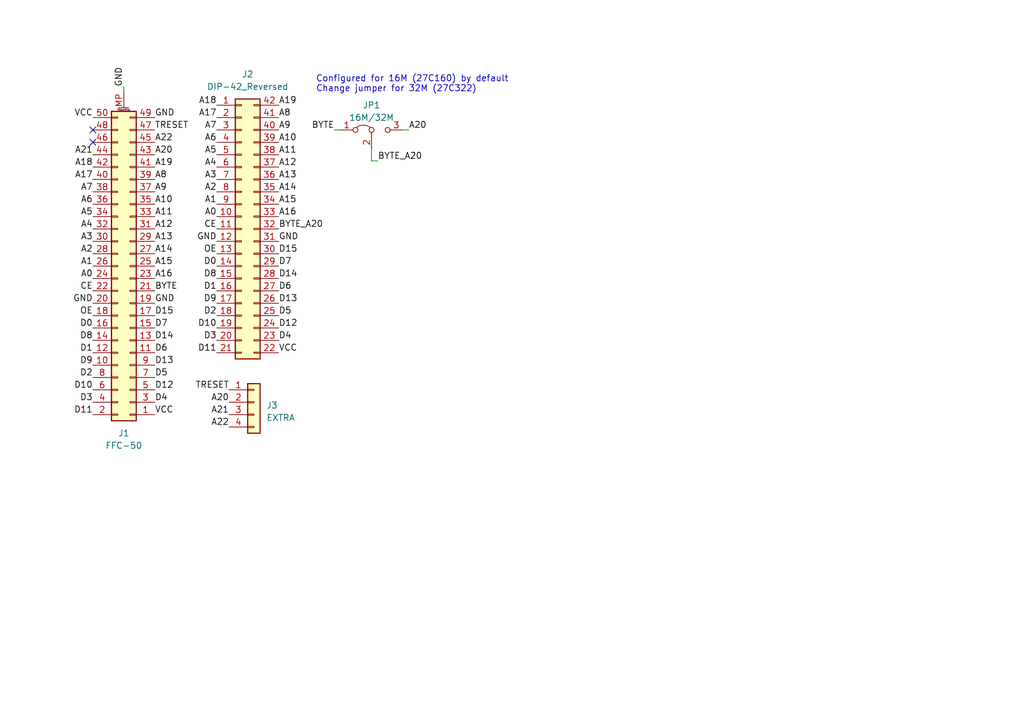
<source format=kicad_sch>
(kicad_sch (version 20230121) (generator eeschema)

  (uuid 218a50b5-5328-4910-8bfa-477207937a67)

  (paper "A5")

  (title_block
    (title "TokuROM Target-DIP42F")
    (rev "1.0")
    (company "github.com/kasamikona/TokuROM")
  )

  (lib_symbols
    (symbol "Connector_Generic:Conn_01x04" (pin_names (offset 1.016) hide) (in_bom yes) (on_board yes)
      (property "Reference" "J" (at 0 5.08 0)
        (effects (font (size 1.27 1.27)))
      )
      (property "Value" "Conn_01x04" (at 0 -7.62 0)
        (effects (font (size 1.27 1.27)))
      )
      (property "Footprint" "" (at 0 0 0)
        (effects (font (size 1.27 1.27)) hide)
      )
      (property "Datasheet" "~" (at 0 0 0)
        (effects (font (size 1.27 1.27)) hide)
      )
      (property "ki_keywords" "connector" (at 0 0 0)
        (effects (font (size 1.27 1.27)) hide)
      )
      (property "ki_description" "Generic connector, single row, 01x04, script generated (kicad-library-utils/schlib/autogen/connector/)" (at 0 0 0)
        (effects (font (size 1.27 1.27)) hide)
      )
      (property "ki_fp_filters" "Connector*:*_1x??_*" (at 0 0 0)
        (effects (font (size 1.27 1.27)) hide)
      )
      (symbol "Conn_01x04_1_1"
        (rectangle (start -1.27 -4.953) (end 0 -5.207)
          (stroke (width 0.1524) (type default))
          (fill (type none))
        )
        (rectangle (start -1.27 -2.413) (end 0 -2.667)
          (stroke (width 0.1524) (type default))
          (fill (type none))
        )
        (rectangle (start -1.27 0.127) (end 0 -0.127)
          (stroke (width 0.1524) (type default))
          (fill (type none))
        )
        (rectangle (start -1.27 2.667) (end 0 2.413)
          (stroke (width 0.1524) (type default))
          (fill (type none))
        )
        (rectangle (start -1.27 3.81) (end 1.27 -6.35)
          (stroke (width 0.254) (type default))
          (fill (type background))
        )
        (pin passive line (at -5.08 2.54 0) (length 3.81)
          (name "Pin_1" (effects (font (size 1.27 1.27))))
          (number "1" (effects (font (size 1.27 1.27))))
        )
        (pin passive line (at -5.08 0 0) (length 3.81)
          (name "Pin_2" (effects (font (size 1.27 1.27))))
          (number "2" (effects (font (size 1.27 1.27))))
        )
        (pin passive line (at -5.08 -2.54 0) (length 3.81)
          (name "Pin_3" (effects (font (size 1.27 1.27))))
          (number "3" (effects (font (size 1.27 1.27))))
        )
        (pin passive line (at -5.08 -5.08 0) (length 3.81)
          (name "Pin_4" (effects (font (size 1.27 1.27))))
          (number "4" (effects (font (size 1.27 1.27))))
        )
      )
    )
    (symbol "Connector_Generic:Conn_02x21_Counter_Clockwise" (pin_names (offset 1.016) hide) (in_bom yes) (on_board yes)
      (property "Reference" "J" (at 1.27 27.94 0)
        (effects (font (size 1.27 1.27)))
      )
      (property "Value" "Conn_02x21_Counter_Clockwise" (at 1.27 -27.94 0)
        (effects (font (size 1.27 1.27)))
      )
      (property "Footprint" "" (at 0 0 0)
        (effects (font (size 1.27 1.27)) hide)
      )
      (property "Datasheet" "~" (at 0 0 0)
        (effects (font (size 1.27 1.27)) hide)
      )
      (property "ki_keywords" "connector" (at 0 0 0)
        (effects (font (size 1.27 1.27)) hide)
      )
      (property "ki_description" "Generic connector, double row, 02x21, counter clockwise pin numbering scheme (similar to DIP package numbering), script generated (kicad-library-utils/schlib/autogen/connector/)" (at 0 0 0)
        (effects (font (size 1.27 1.27)) hide)
      )
      (property "ki_fp_filters" "Connector*:*_2x??_*" (at 0 0 0)
        (effects (font (size 1.27 1.27)) hide)
      )
      (symbol "Conn_02x21_Counter_Clockwise_1_1"
        (rectangle (start -1.27 -25.273) (end 0 -25.527)
          (stroke (width 0.1524) (type default))
          (fill (type none))
        )
        (rectangle (start -1.27 -22.733) (end 0 -22.987)
          (stroke (width 0.1524) (type default))
          (fill (type none))
        )
        (rectangle (start -1.27 -20.193) (end 0 -20.447)
          (stroke (width 0.1524) (type default))
          (fill (type none))
        )
        (rectangle (start -1.27 -17.653) (end 0 -17.907)
          (stroke (width 0.1524) (type default))
          (fill (type none))
        )
        (rectangle (start -1.27 -15.113) (end 0 -15.367)
          (stroke (width 0.1524) (type default))
          (fill (type none))
        )
        (rectangle (start -1.27 -12.573) (end 0 -12.827)
          (stroke (width 0.1524) (type default))
          (fill (type none))
        )
        (rectangle (start -1.27 -10.033) (end 0 -10.287)
          (stroke (width 0.1524) (type default))
          (fill (type none))
        )
        (rectangle (start -1.27 -7.493) (end 0 -7.747)
          (stroke (width 0.1524) (type default))
          (fill (type none))
        )
        (rectangle (start -1.27 -4.953) (end 0 -5.207)
          (stroke (width 0.1524) (type default))
          (fill (type none))
        )
        (rectangle (start -1.27 -2.413) (end 0 -2.667)
          (stroke (width 0.1524) (type default))
          (fill (type none))
        )
        (rectangle (start -1.27 0.127) (end 0 -0.127)
          (stroke (width 0.1524) (type default))
          (fill (type none))
        )
        (rectangle (start -1.27 2.667) (end 0 2.413)
          (stroke (width 0.1524) (type default))
          (fill (type none))
        )
        (rectangle (start -1.27 5.207) (end 0 4.953)
          (stroke (width 0.1524) (type default))
          (fill (type none))
        )
        (rectangle (start -1.27 7.747) (end 0 7.493)
          (stroke (width 0.1524) (type default))
          (fill (type none))
        )
        (rectangle (start -1.27 10.287) (end 0 10.033)
          (stroke (width 0.1524) (type default))
          (fill (type none))
        )
        (rectangle (start -1.27 12.827) (end 0 12.573)
          (stroke (width 0.1524) (type default))
          (fill (type none))
        )
        (rectangle (start -1.27 15.367) (end 0 15.113)
          (stroke (width 0.1524) (type default))
          (fill (type none))
        )
        (rectangle (start -1.27 17.907) (end 0 17.653)
          (stroke (width 0.1524) (type default))
          (fill (type none))
        )
        (rectangle (start -1.27 20.447) (end 0 20.193)
          (stroke (width 0.1524) (type default))
          (fill (type none))
        )
        (rectangle (start -1.27 22.987) (end 0 22.733)
          (stroke (width 0.1524) (type default))
          (fill (type none))
        )
        (rectangle (start -1.27 25.527) (end 0 25.273)
          (stroke (width 0.1524) (type default))
          (fill (type none))
        )
        (rectangle (start -1.27 26.67) (end 3.81 -26.67)
          (stroke (width 0.254) (type default))
          (fill (type background))
        )
        (rectangle (start 3.81 -25.273) (end 2.54 -25.527)
          (stroke (width 0.1524) (type default))
          (fill (type none))
        )
        (rectangle (start 3.81 -22.733) (end 2.54 -22.987)
          (stroke (width 0.1524) (type default))
          (fill (type none))
        )
        (rectangle (start 3.81 -20.193) (end 2.54 -20.447)
          (stroke (width 0.1524) (type default))
          (fill (type none))
        )
        (rectangle (start 3.81 -17.653) (end 2.54 -17.907)
          (stroke (width 0.1524) (type default))
          (fill (type none))
        )
        (rectangle (start 3.81 -15.113) (end 2.54 -15.367)
          (stroke (width 0.1524) (type default))
          (fill (type none))
        )
        (rectangle (start 3.81 -12.573) (end 2.54 -12.827)
          (stroke (width 0.1524) (type default))
          (fill (type none))
        )
        (rectangle (start 3.81 -10.033) (end 2.54 -10.287)
          (stroke (width 0.1524) (type default))
          (fill (type none))
        )
        (rectangle (start 3.81 -7.493) (end 2.54 -7.747)
          (stroke (width 0.1524) (type default))
          (fill (type none))
        )
        (rectangle (start 3.81 -4.953) (end 2.54 -5.207)
          (stroke (width 0.1524) (type default))
          (fill (type none))
        )
        (rectangle (start 3.81 -2.413) (end 2.54 -2.667)
          (stroke (width 0.1524) (type default))
          (fill (type none))
        )
        (rectangle (start 3.81 0.127) (end 2.54 -0.127)
          (stroke (width 0.1524) (type default))
          (fill (type none))
        )
        (rectangle (start 3.81 2.667) (end 2.54 2.413)
          (stroke (width 0.1524) (type default))
          (fill (type none))
        )
        (rectangle (start 3.81 5.207) (end 2.54 4.953)
          (stroke (width 0.1524) (type default))
          (fill (type none))
        )
        (rectangle (start 3.81 7.747) (end 2.54 7.493)
          (stroke (width 0.1524) (type default))
          (fill (type none))
        )
        (rectangle (start 3.81 10.287) (end 2.54 10.033)
          (stroke (width 0.1524) (type default))
          (fill (type none))
        )
        (rectangle (start 3.81 12.827) (end 2.54 12.573)
          (stroke (width 0.1524) (type default))
          (fill (type none))
        )
        (rectangle (start 3.81 15.367) (end 2.54 15.113)
          (stroke (width 0.1524) (type default))
          (fill (type none))
        )
        (rectangle (start 3.81 17.907) (end 2.54 17.653)
          (stroke (width 0.1524) (type default))
          (fill (type none))
        )
        (rectangle (start 3.81 20.447) (end 2.54 20.193)
          (stroke (width 0.1524) (type default))
          (fill (type none))
        )
        (rectangle (start 3.81 22.987) (end 2.54 22.733)
          (stroke (width 0.1524) (type default))
          (fill (type none))
        )
        (rectangle (start 3.81 25.527) (end 2.54 25.273)
          (stroke (width 0.1524) (type default))
          (fill (type none))
        )
        (pin passive line (at -5.08 25.4 0) (length 3.81)
          (name "Pin_1" (effects (font (size 1.27 1.27))))
          (number "1" (effects (font (size 1.27 1.27))))
        )
        (pin passive line (at -5.08 2.54 0) (length 3.81)
          (name "Pin_10" (effects (font (size 1.27 1.27))))
          (number "10" (effects (font (size 1.27 1.27))))
        )
        (pin passive line (at -5.08 0 0) (length 3.81)
          (name "Pin_11" (effects (font (size 1.27 1.27))))
          (number "11" (effects (font (size 1.27 1.27))))
        )
        (pin passive line (at -5.08 -2.54 0) (length 3.81)
          (name "Pin_12" (effects (font (size 1.27 1.27))))
          (number "12" (effects (font (size 1.27 1.27))))
        )
        (pin passive line (at -5.08 -5.08 0) (length 3.81)
          (name "Pin_13" (effects (font (size 1.27 1.27))))
          (number "13" (effects (font (size 1.27 1.27))))
        )
        (pin passive line (at -5.08 -7.62 0) (length 3.81)
          (name "Pin_14" (effects (font (size 1.27 1.27))))
          (number "14" (effects (font (size 1.27 1.27))))
        )
        (pin passive line (at -5.08 -10.16 0) (length 3.81)
          (name "Pin_15" (effects (font (size 1.27 1.27))))
          (number "15" (effects (font (size 1.27 1.27))))
        )
        (pin passive line (at -5.08 -12.7 0) (length 3.81)
          (name "Pin_16" (effects (font (size 1.27 1.27))))
          (number "16" (effects (font (size 1.27 1.27))))
        )
        (pin passive line (at -5.08 -15.24 0) (length 3.81)
          (name "Pin_17" (effects (font (size 1.27 1.27))))
          (number "17" (effects (font (size 1.27 1.27))))
        )
        (pin passive line (at -5.08 -17.78 0) (length 3.81)
          (name "Pin_18" (effects (font (size 1.27 1.27))))
          (number "18" (effects (font (size 1.27 1.27))))
        )
        (pin passive line (at -5.08 -20.32 0) (length 3.81)
          (name "Pin_19" (effects (font (size 1.27 1.27))))
          (number "19" (effects (font (size 1.27 1.27))))
        )
        (pin passive line (at -5.08 22.86 0) (length 3.81)
          (name "Pin_2" (effects (font (size 1.27 1.27))))
          (number "2" (effects (font (size 1.27 1.27))))
        )
        (pin passive line (at -5.08 -22.86 0) (length 3.81)
          (name "Pin_20" (effects (font (size 1.27 1.27))))
          (number "20" (effects (font (size 1.27 1.27))))
        )
        (pin passive line (at -5.08 -25.4 0) (length 3.81)
          (name "Pin_21" (effects (font (size 1.27 1.27))))
          (number "21" (effects (font (size 1.27 1.27))))
        )
        (pin passive line (at 7.62 -25.4 180) (length 3.81)
          (name "Pin_22" (effects (font (size 1.27 1.27))))
          (number "22" (effects (font (size 1.27 1.27))))
        )
        (pin passive line (at 7.62 -22.86 180) (length 3.81)
          (name "Pin_23" (effects (font (size 1.27 1.27))))
          (number "23" (effects (font (size 1.27 1.27))))
        )
        (pin passive line (at 7.62 -20.32 180) (length 3.81)
          (name "Pin_24" (effects (font (size 1.27 1.27))))
          (number "24" (effects (font (size 1.27 1.27))))
        )
        (pin passive line (at 7.62 -17.78 180) (length 3.81)
          (name "Pin_25" (effects (font (size 1.27 1.27))))
          (number "25" (effects (font (size 1.27 1.27))))
        )
        (pin passive line (at 7.62 -15.24 180) (length 3.81)
          (name "Pin_26" (effects (font (size 1.27 1.27))))
          (number "26" (effects (font (size 1.27 1.27))))
        )
        (pin passive line (at 7.62 -12.7 180) (length 3.81)
          (name "Pin_27" (effects (font (size 1.27 1.27))))
          (number "27" (effects (font (size 1.27 1.27))))
        )
        (pin passive line (at 7.62 -10.16 180) (length 3.81)
          (name "Pin_28" (effects (font (size 1.27 1.27))))
          (number "28" (effects (font (size 1.27 1.27))))
        )
        (pin passive line (at 7.62 -7.62 180) (length 3.81)
          (name "Pin_29" (effects (font (size 1.27 1.27))))
          (number "29" (effects (font (size 1.27 1.27))))
        )
        (pin passive line (at -5.08 20.32 0) (length 3.81)
          (name "Pin_3" (effects (font (size 1.27 1.27))))
          (number "3" (effects (font (size 1.27 1.27))))
        )
        (pin passive line (at 7.62 -5.08 180) (length 3.81)
          (name "Pin_30" (effects (font (size 1.27 1.27))))
          (number "30" (effects (font (size 1.27 1.27))))
        )
        (pin passive line (at 7.62 -2.54 180) (length 3.81)
          (name "Pin_31" (effects (font (size 1.27 1.27))))
          (number "31" (effects (font (size 1.27 1.27))))
        )
        (pin passive line (at 7.62 0 180) (length 3.81)
          (name "Pin_32" (effects (font (size 1.27 1.27))))
          (number "32" (effects (font (size 1.27 1.27))))
        )
        (pin passive line (at 7.62 2.54 180) (length 3.81)
          (name "Pin_33" (effects (font (size 1.27 1.27))))
          (number "33" (effects (font (size 1.27 1.27))))
        )
        (pin passive line (at 7.62 5.08 180) (length 3.81)
          (name "Pin_34" (effects (font (size 1.27 1.27))))
          (number "34" (effects (font (size 1.27 1.27))))
        )
        (pin passive line (at 7.62 7.62 180) (length 3.81)
          (name "Pin_35" (effects (font (size 1.27 1.27))))
          (number "35" (effects (font (size 1.27 1.27))))
        )
        (pin passive line (at 7.62 10.16 180) (length 3.81)
          (name "Pin_36" (effects (font (size 1.27 1.27))))
          (number "36" (effects (font (size 1.27 1.27))))
        )
        (pin passive line (at 7.62 12.7 180) (length 3.81)
          (name "Pin_37" (effects (font (size 1.27 1.27))))
          (number "37" (effects (font (size 1.27 1.27))))
        )
        (pin passive line (at 7.62 15.24 180) (length 3.81)
          (name "Pin_38" (effects (font (size 1.27 1.27))))
          (number "38" (effects (font (size 1.27 1.27))))
        )
        (pin passive line (at 7.62 17.78 180) (length 3.81)
          (name "Pin_39" (effects (font (size 1.27 1.27))))
          (number "39" (effects (font (size 1.27 1.27))))
        )
        (pin passive line (at -5.08 17.78 0) (length 3.81)
          (name "Pin_4" (effects (font (size 1.27 1.27))))
          (number "4" (effects (font (size 1.27 1.27))))
        )
        (pin passive line (at 7.62 20.32 180) (length 3.81)
          (name "Pin_40" (effects (font (size 1.27 1.27))))
          (number "40" (effects (font (size 1.27 1.27))))
        )
        (pin passive line (at 7.62 22.86 180) (length 3.81)
          (name "Pin_41" (effects (font (size 1.27 1.27))))
          (number "41" (effects (font (size 1.27 1.27))))
        )
        (pin passive line (at 7.62 25.4 180) (length 3.81)
          (name "Pin_42" (effects (font (size 1.27 1.27))))
          (number "42" (effects (font (size 1.27 1.27))))
        )
        (pin passive line (at -5.08 15.24 0) (length 3.81)
          (name "Pin_5" (effects (font (size 1.27 1.27))))
          (number "5" (effects (font (size 1.27 1.27))))
        )
        (pin passive line (at -5.08 12.7 0) (length 3.81)
          (name "Pin_6" (effects (font (size 1.27 1.27))))
          (number "6" (effects (font (size 1.27 1.27))))
        )
        (pin passive line (at -5.08 10.16 0) (length 3.81)
          (name "Pin_7" (effects (font (size 1.27 1.27))))
          (number "7" (effects (font (size 1.27 1.27))))
        )
        (pin passive line (at -5.08 7.62 0) (length 3.81)
          (name "Pin_8" (effects (font (size 1.27 1.27))))
          (number "8" (effects (font (size 1.27 1.27))))
        )
        (pin passive line (at -5.08 5.08 0) (length 3.81)
          (name "Pin_9" (effects (font (size 1.27 1.27))))
          (number "9" (effects (font (size 1.27 1.27))))
        )
      )
    )
    (symbol "Connector_Generic_MountingPin:Conn_02x25_Odd_Even_MountingPin" (pin_names (offset 1.016) hide) (in_bom yes) (on_board yes)
      (property "Reference" "J" (at 1.27 33.02 0)
        (effects (font (size 1.27 1.27)))
      )
      (property "Value" "Conn_02x25_Odd_Even_MountingPin" (at 2.54 -33.02 0)
        (effects (font (size 1.27 1.27)) (justify left))
      )
      (property "Footprint" "" (at 0 0 0)
        (effects (font (size 1.27 1.27)) hide)
      )
      (property "Datasheet" "~" (at 0 0 0)
        (effects (font (size 1.27 1.27)) hide)
      )
      (property "ki_keywords" "connector" (at 0 0 0)
        (effects (font (size 1.27 1.27)) hide)
      )
      (property "ki_description" "Generic connectable mounting pin connector, double row, 02x25, odd/even pin numbering scheme (row 1 odd numbers, row 2 even numbers), script generated (kicad-library-utils/schlib/autogen/connector/)" (at 0 0 0)
        (effects (font (size 1.27 1.27)) hide)
      )
      (property "ki_fp_filters" "Connector*:*_2x??-1MP*" (at 0 0 0)
        (effects (font (size 1.27 1.27)) hide)
      )
      (symbol "Conn_02x25_Odd_Even_MountingPin_1_1"
        (rectangle (start -1.27 -30.353) (end 0 -30.607)
          (stroke (width 0.1524) (type default))
          (fill (type none))
        )
        (rectangle (start -1.27 -27.813) (end 0 -28.067)
          (stroke (width 0.1524) (type default))
          (fill (type none))
        )
        (rectangle (start -1.27 -25.273) (end 0 -25.527)
          (stroke (width 0.1524) (type default))
          (fill (type none))
        )
        (rectangle (start -1.27 -22.733) (end 0 -22.987)
          (stroke (width 0.1524) (type default))
          (fill (type none))
        )
        (rectangle (start -1.27 -20.193) (end 0 -20.447)
          (stroke (width 0.1524) (type default))
          (fill (type none))
        )
        (rectangle (start -1.27 -17.653) (end 0 -17.907)
          (stroke (width 0.1524) (type default))
          (fill (type none))
        )
        (rectangle (start -1.27 -15.113) (end 0 -15.367)
          (stroke (width 0.1524) (type default))
          (fill (type none))
        )
        (rectangle (start -1.27 -12.573) (end 0 -12.827)
          (stroke (width 0.1524) (type default))
          (fill (type none))
        )
        (rectangle (start -1.27 -10.033) (end 0 -10.287)
          (stroke (width 0.1524) (type default))
          (fill (type none))
        )
        (rectangle (start -1.27 -7.493) (end 0 -7.747)
          (stroke (width 0.1524) (type default))
          (fill (type none))
        )
        (rectangle (start -1.27 -4.953) (end 0 -5.207)
          (stroke (width 0.1524) (type default))
          (fill (type none))
        )
        (rectangle (start -1.27 -2.413) (end 0 -2.667)
          (stroke (width 0.1524) (type default))
          (fill (type none))
        )
        (rectangle (start -1.27 0.127) (end 0 -0.127)
          (stroke (width 0.1524) (type default))
          (fill (type none))
        )
        (rectangle (start -1.27 2.667) (end 0 2.413)
          (stroke (width 0.1524) (type default))
          (fill (type none))
        )
        (rectangle (start -1.27 5.207) (end 0 4.953)
          (stroke (width 0.1524) (type default))
          (fill (type none))
        )
        (rectangle (start -1.27 7.747) (end 0 7.493)
          (stroke (width 0.1524) (type default))
          (fill (type none))
        )
        (rectangle (start -1.27 10.287) (end 0 10.033)
          (stroke (width 0.1524) (type default))
          (fill (type none))
        )
        (rectangle (start -1.27 12.827) (end 0 12.573)
          (stroke (width 0.1524) (type default))
          (fill (type none))
        )
        (rectangle (start -1.27 15.367) (end 0 15.113)
          (stroke (width 0.1524) (type default))
          (fill (type none))
        )
        (rectangle (start -1.27 17.907) (end 0 17.653)
          (stroke (width 0.1524) (type default))
          (fill (type none))
        )
        (rectangle (start -1.27 20.447) (end 0 20.193)
          (stroke (width 0.1524) (type default))
          (fill (type none))
        )
        (rectangle (start -1.27 22.987) (end 0 22.733)
          (stroke (width 0.1524) (type default))
          (fill (type none))
        )
        (rectangle (start -1.27 25.527) (end 0 25.273)
          (stroke (width 0.1524) (type default))
          (fill (type none))
        )
        (rectangle (start -1.27 28.067) (end 0 27.813)
          (stroke (width 0.1524) (type default))
          (fill (type none))
        )
        (rectangle (start -1.27 30.607) (end 0 30.353)
          (stroke (width 0.1524) (type default))
          (fill (type none))
        )
        (rectangle (start -1.27 31.75) (end 3.81 -31.75)
          (stroke (width 0.254) (type default))
          (fill (type background))
        )
        (polyline
          (pts
            (xy 0.254 -32.512)
            (xy 2.286 -32.512)
          )
          (stroke (width 0.1524) (type default))
          (fill (type none))
        )
        (rectangle (start 3.81 -30.353) (end 2.54 -30.607)
          (stroke (width 0.1524) (type default))
          (fill (type none))
        )
        (rectangle (start 3.81 -27.813) (end 2.54 -28.067)
          (stroke (width 0.1524) (type default))
          (fill (type none))
        )
        (rectangle (start 3.81 -25.273) (end 2.54 -25.527)
          (stroke (width 0.1524) (type default))
          (fill (type none))
        )
        (rectangle (start 3.81 -22.733) (end 2.54 -22.987)
          (stroke (width 0.1524) (type default))
          (fill (type none))
        )
        (rectangle (start 3.81 -20.193) (end 2.54 -20.447)
          (stroke (width 0.1524) (type default))
          (fill (type none))
        )
        (rectangle (start 3.81 -17.653) (end 2.54 -17.907)
          (stroke (width 0.1524) (type default))
          (fill (type none))
        )
        (rectangle (start 3.81 -15.113) (end 2.54 -15.367)
          (stroke (width 0.1524) (type default))
          (fill (type none))
        )
        (rectangle (start 3.81 -12.573) (end 2.54 -12.827)
          (stroke (width 0.1524) (type default))
          (fill (type none))
        )
        (rectangle (start 3.81 -10.033) (end 2.54 -10.287)
          (stroke (width 0.1524) (type default))
          (fill (type none))
        )
        (rectangle (start 3.81 -7.493) (end 2.54 -7.747)
          (stroke (width 0.1524) (type default))
          (fill (type none))
        )
        (rectangle (start 3.81 -4.953) (end 2.54 -5.207)
          (stroke (width 0.1524) (type default))
          (fill (type none))
        )
        (rectangle (start 3.81 -2.413) (end 2.54 -2.667)
          (stroke (width 0.1524) (type default))
          (fill (type none))
        )
        (rectangle (start 3.81 0.127) (end 2.54 -0.127)
          (stroke (width 0.1524) (type default))
          (fill (type none))
        )
        (rectangle (start 3.81 2.667) (end 2.54 2.413)
          (stroke (width 0.1524) (type default))
          (fill (type none))
        )
        (rectangle (start 3.81 5.207) (end 2.54 4.953)
          (stroke (width 0.1524) (type default))
          (fill (type none))
        )
        (rectangle (start 3.81 7.747) (end 2.54 7.493)
          (stroke (width 0.1524) (type default))
          (fill (type none))
        )
        (rectangle (start 3.81 10.287) (end 2.54 10.033)
          (stroke (width 0.1524) (type default))
          (fill (type none))
        )
        (rectangle (start 3.81 12.827) (end 2.54 12.573)
          (stroke (width 0.1524) (type default))
          (fill (type none))
        )
        (rectangle (start 3.81 15.367) (end 2.54 15.113)
          (stroke (width 0.1524) (type default))
          (fill (type none))
        )
        (rectangle (start 3.81 17.907) (end 2.54 17.653)
          (stroke (width 0.1524) (type default))
          (fill (type none))
        )
        (rectangle (start 3.81 20.447) (end 2.54 20.193)
          (stroke (width 0.1524) (type default))
          (fill (type none))
        )
        (rectangle (start 3.81 22.987) (end 2.54 22.733)
          (stroke (width 0.1524) (type default))
          (fill (type none))
        )
        (rectangle (start 3.81 25.527) (end 2.54 25.273)
          (stroke (width 0.1524) (type default))
          (fill (type none))
        )
        (rectangle (start 3.81 28.067) (end 2.54 27.813)
          (stroke (width 0.1524) (type default))
          (fill (type none))
        )
        (rectangle (start 3.81 30.607) (end 2.54 30.353)
          (stroke (width 0.1524) (type default))
          (fill (type none))
        )
        (text "Mounting" (at 1.27 -32.131 0)
          (effects (font (size 0.381 0.381)))
        )
        (pin passive line (at -5.08 30.48 0) (length 3.81)
          (name "Pin_1" (effects (font (size 1.27 1.27))))
          (number "1" (effects (font (size 1.27 1.27))))
        )
        (pin passive line (at 7.62 20.32 180) (length 3.81)
          (name "Pin_10" (effects (font (size 1.27 1.27))))
          (number "10" (effects (font (size 1.27 1.27))))
        )
        (pin passive line (at -5.08 17.78 0) (length 3.81)
          (name "Pin_11" (effects (font (size 1.27 1.27))))
          (number "11" (effects (font (size 1.27 1.27))))
        )
        (pin passive line (at 7.62 17.78 180) (length 3.81)
          (name "Pin_12" (effects (font (size 1.27 1.27))))
          (number "12" (effects (font (size 1.27 1.27))))
        )
        (pin passive line (at -5.08 15.24 0) (length 3.81)
          (name "Pin_13" (effects (font (size 1.27 1.27))))
          (number "13" (effects (font (size 1.27 1.27))))
        )
        (pin passive line (at 7.62 15.24 180) (length 3.81)
          (name "Pin_14" (effects (font (size 1.27 1.27))))
          (number "14" (effects (font (size 1.27 1.27))))
        )
        (pin passive line (at -5.08 12.7 0) (length 3.81)
          (name "Pin_15" (effects (font (size 1.27 1.27))))
          (number "15" (effects (font (size 1.27 1.27))))
        )
        (pin passive line (at 7.62 12.7 180) (length 3.81)
          (name "Pin_16" (effects (font (size 1.27 1.27))))
          (number "16" (effects (font (size 1.27 1.27))))
        )
        (pin passive line (at -5.08 10.16 0) (length 3.81)
          (name "Pin_17" (effects (font (size 1.27 1.27))))
          (number "17" (effects (font (size 1.27 1.27))))
        )
        (pin passive line (at 7.62 10.16 180) (length 3.81)
          (name "Pin_18" (effects (font (size 1.27 1.27))))
          (number "18" (effects (font (size 1.27 1.27))))
        )
        (pin passive line (at -5.08 7.62 0) (length 3.81)
          (name "Pin_19" (effects (font (size 1.27 1.27))))
          (number "19" (effects (font (size 1.27 1.27))))
        )
        (pin passive line (at 7.62 30.48 180) (length 3.81)
          (name "Pin_2" (effects (font (size 1.27 1.27))))
          (number "2" (effects (font (size 1.27 1.27))))
        )
        (pin passive line (at 7.62 7.62 180) (length 3.81)
          (name "Pin_20" (effects (font (size 1.27 1.27))))
          (number "20" (effects (font (size 1.27 1.27))))
        )
        (pin passive line (at -5.08 5.08 0) (length 3.81)
          (name "Pin_21" (effects (font (size 1.27 1.27))))
          (number "21" (effects (font (size 1.27 1.27))))
        )
        (pin passive line (at 7.62 5.08 180) (length 3.81)
          (name "Pin_22" (effects (font (size 1.27 1.27))))
          (number "22" (effects (font (size 1.27 1.27))))
        )
        (pin passive line (at -5.08 2.54 0) (length 3.81)
          (name "Pin_23" (effects (font (size 1.27 1.27))))
          (number "23" (effects (font (size 1.27 1.27))))
        )
        (pin passive line (at 7.62 2.54 180) (length 3.81)
          (name "Pin_24" (effects (font (size 1.27 1.27))))
          (number "24" (effects (font (size 1.27 1.27))))
        )
        (pin passive line (at -5.08 0 0) (length 3.81)
          (name "Pin_25" (effects (font (size 1.27 1.27))))
          (number "25" (effects (font (size 1.27 1.27))))
        )
        (pin passive line (at 7.62 0 180) (length 3.81)
          (name "Pin_26" (effects (font (size 1.27 1.27))))
          (number "26" (effects (font (size 1.27 1.27))))
        )
        (pin passive line (at -5.08 -2.54 0) (length 3.81)
          (name "Pin_27" (effects (font (size 1.27 1.27))))
          (number "27" (effects (font (size 1.27 1.27))))
        )
        (pin passive line (at 7.62 -2.54 180) (length 3.81)
          (name "Pin_28" (effects (font (size 1.27 1.27))))
          (number "28" (effects (font (size 1.27 1.27))))
        )
        (pin passive line (at -5.08 -5.08 0) (length 3.81)
          (name "Pin_29" (effects (font (size 1.27 1.27))))
          (number "29" (effects (font (size 1.27 1.27))))
        )
        (pin passive line (at -5.08 27.94 0) (length 3.81)
          (name "Pin_3" (effects (font (size 1.27 1.27))))
          (number "3" (effects (font (size 1.27 1.27))))
        )
        (pin passive line (at 7.62 -5.08 180) (length 3.81)
          (name "Pin_30" (effects (font (size 1.27 1.27))))
          (number "30" (effects (font (size 1.27 1.27))))
        )
        (pin passive line (at -5.08 -7.62 0) (length 3.81)
          (name "Pin_31" (effects (font (size 1.27 1.27))))
          (number "31" (effects (font (size 1.27 1.27))))
        )
        (pin passive line (at 7.62 -7.62 180) (length 3.81)
          (name "Pin_32" (effects (font (size 1.27 1.27))))
          (number "32" (effects (font (size 1.27 1.27))))
        )
        (pin passive line (at -5.08 -10.16 0) (length 3.81)
          (name "Pin_33" (effects (font (size 1.27 1.27))))
          (number "33" (effects (font (size 1.27 1.27))))
        )
        (pin passive line (at 7.62 -10.16 180) (length 3.81)
          (name "Pin_34" (effects (font (size 1.27 1.27))))
          (number "34" (effects (font (size 1.27 1.27))))
        )
        (pin passive line (at -5.08 -12.7 0) (length 3.81)
          (name "Pin_35" (effects (font (size 1.27 1.27))))
          (number "35" (effects (font (size 1.27 1.27))))
        )
        (pin passive line (at 7.62 -12.7 180) (length 3.81)
          (name "Pin_36" (effects (font (size 1.27 1.27))))
          (number "36" (effects (font (size 1.27 1.27))))
        )
        (pin passive line (at -5.08 -15.24 0) (length 3.81)
          (name "Pin_37" (effects (font (size 1.27 1.27))))
          (number "37" (effects (font (size 1.27 1.27))))
        )
        (pin passive line (at 7.62 -15.24 180) (length 3.81)
          (name "Pin_38" (effects (font (size 1.27 1.27))))
          (number "38" (effects (font (size 1.27 1.27))))
        )
        (pin passive line (at -5.08 -17.78 0) (length 3.81)
          (name "Pin_39" (effects (font (size 1.27 1.27))))
          (number "39" (effects (font (size 1.27 1.27))))
        )
        (pin passive line (at 7.62 27.94 180) (length 3.81)
          (name "Pin_4" (effects (font (size 1.27 1.27))))
          (number "4" (effects (font (size 1.27 1.27))))
        )
        (pin passive line (at 7.62 -17.78 180) (length 3.81)
          (name "Pin_40" (effects (font (size 1.27 1.27))))
          (number "40" (effects (font (size 1.27 1.27))))
        )
        (pin passive line (at -5.08 -20.32 0) (length 3.81)
          (name "Pin_41" (effects (font (size 1.27 1.27))))
          (number "41" (effects (font (size 1.27 1.27))))
        )
        (pin passive line (at 7.62 -20.32 180) (length 3.81)
          (name "Pin_42" (effects (font (size 1.27 1.27))))
          (number "42" (effects (font (size 1.27 1.27))))
        )
        (pin passive line (at -5.08 -22.86 0) (length 3.81)
          (name "Pin_43" (effects (font (size 1.27 1.27))))
          (number "43" (effects (font (size 1.27 1.27))))
        )
        (pin passive line (at 7.62 -22.86 180) (length 3.81)
          (name "Pin_44" (effects (font (size 1.27 1.27))))
          (number "44" (effects (font (size 1.27 1.27))))
        )
        (pin passive line (at -5.08 -25.4 0) (length 3.81)
          (name "Pin_45" (effects (font (size 1.27 1.27))))
          (number "45" (effects (font (size 1.27 1.27))))
        )
        (pin passive line (at 7.62 -25.4 180) (length 3.81)
          (name "Pin_46" (effects (font (size 1.27 1.27))))
          (number "46" (effects (font (size 1.27 1.27))))
        )
        (pin passive line (at -5.08 -27.94 0) (length 3.81)
          (name "Pin_47" (effects (font (size 1.27 1.27))))
          (number "47" (effects (font (size 1.27 1.27))))
        )
        (pin passive line (at 7.62 -27.94 180) (length 3.81)
          (name "Pin_48" (effects (font (size 1.27 1.27))))
          (number "48" (effects (font (size 1.27 1.27))))
        )
        (pin passive line (at -5.08 -30.48 0) (length 3.81)
          (name "Pin_49" (effects (font (size 1.27 1.27))))
          (number "49" (effects (font (size 1.27 1.27))))
        )
        (pin passive line (at -5.08 25.4 0) (length 3.81)
          (name "Pin_5" (effects (font (size 1.27 1.27))))
          (number "5" (effects (font (size 1.27 1.27))))
        )
        (pin passive line (at 7.62 -30.48 180) (length 3.81)
          (name "Pin_50" (effects (font (size 1.27 1.27))))
          (number "50" (effects (font (size 1.27 1.27))))
        )
        (pin passive line (at 7.62 25.4 180) (length 3.81)
          (name "Pin_6" (effects (font (size 1.27 1.27))))
          (number "6" (effects (font (size 1.27 1.27))))
        )
        (pin passive line (at -5.08 22.86 0) (length 3.81)
          (name "Pin_7" (effects (font (size 1.27 1.27))))
          (number "7" (effects (font (size 1.27 1.27))))
        )
        (pin passive line (at 7.62 22.86 180) (length 3.81)
          (name "Pin_8" (effects (font (size 1.27 1.27))))
          (number "8" (effects (font (size 1.27 1.27))))
        )
        (pin passive line (at -5.08 20.32 0) (length 3.81)
          (name "Pin_9" (effects (font (size 1.27 1.27))))
          (number "9" (effects (font (size 1.27 1.27))))
        )
        (pin passive line (at 1.27 -35.56 90) (length 3.048)
          (name "MountPin" (effects (font (size 1.27 1.27))))
          (number "MP" (effects (font (size 1.27 1.27))))
        )
      )
    )
    (symbol "Jumper:Jumper_3_Bridged12" (pin_names (offset 0) hide) (in_bom yes) (on_board yes)
      (property "Reference" "JP" (at -2.54 -2.54 0)
        (effects (font (size 1.27 1.27)))
      )
      (property "Value" "Jumper_3_Bridged12" (at 0 2.794 0)
        (effects (font (size 1.27 1.27)))
      )
      (property "Footprint" "" (at 0 0 0)
        (effects (font (size 1.27 1.27)) hide)
      )
      (property "Datasheet" "~" (at 0 0 0)
        (effects (font (size 1.27 1.27)) hide)
      )
      (property "ki_keywords" "Jumper SPDT" (at 0 0 0)
        (effects (font (size 1.27 1.27)) hide)
      )
      (property "ki_description" "Jumper, 3-pole, pins 1+2 closed/bridged" (at 0 0 0)
        (effects (font (size 1.27 1.27)) hide)
      )
      (property "ki_fp_filters" "Jumper* TestPoint*3Pads* TestPoint*Bridge*" (at 0 0 0)
        (effects (font (size 1.27 1.27)) hide)
      )
      (symbol "Jumper_3_Bridged12_0_0"
        (circle (center -3.302 0) (radius 0.508)
          (stroke (width 0) (type default))
          (fill (type none))
        )
        (circle (center 0 0) (radius 0.508)
          (stroke (width 0) (type default))
          (fill (type none))
        )
        (circle (center 3.302 0) (radius 0.508)
          (stroke (width 0) (type default))
          (fill (type none))
        )
      )
      (symbol "Jumper_3_Bridged12_0_1"
        (arc (start -0.254 0.508) (mid -1.651 0.9912) (end -3.048 0.508)
          (stroke (width 0) (type default))
          (fill (type none))
        )
        (polyline
          (pts
            (xy 0 -1.27)
            (xy 0 -0.508)
          )
          (stroke (width 0) (type default))
          (fill (type none))
        )
      )
      (symbol "Jumper_3_Bridged12_1_1"
        (pin passive line (at -6.35 0 0) (length 2.54)
          (name "A" (effects (font (size 1.27 1.27))))
          (number "1" (effects (font (size 1.27 1.27))))
        )
        (pin passive line (at 0 -3.81 90) (length 2.54)
          (name "C" (effects (font (size 1.27 1.27))))
          (number "2" (effects (font (size 1.27 1.27))))
        )
        (pin passive line (at 6.35 0 180) (length 2.54)
          (name "B" (effects (font (size 1.27 1.27))))
          (number "3" (effects (font (size 1.27 1.27))))
        )
      )
    )
  )


  (no_connect (at 19.05 29.21) (uuid 9651cd88-e222-4f14-b610-fd593c525d51))
  (no_connect (at 19.05 26.67) (uuid bbb7abf2-7c46-42a5-b84f-0716b02c0da7))

  (wire (pts (xy 77.47 33.02) (xy 76.2 33.02))
    (stroke (width 0) (type default))
    (uuid 3004ae69-0273-43d2-8d26-b44dd61882c2)
  )
  (wire (pts (xy 25.4 17.78) (xy 25.4 19.05))
    (stroke (width 0) (type default))
    (uuid 33be9b85-2307-4134-9166-41c539f32ae8)
  )
  (wire (pts (xy 68.58 26.67) (xy 69.85 26.67))
    (stroke (width 0) (type default))
    (uuid 6d7db367-d1ff-4476-9beb-6253cf1248d9)
  )
  (wire (pts (xy 82.55 26.67) (xy 83.82 26.67))
    (stroke (width 0) (type default))
    (uuid 91313b31-42a5-4a8e-9f78-f0ad9e4693ea)
  )
  (wire (pts (xy 76.2 33.02) (xy 76.2 30.48))
    (stroke (width 0) (type default))
    (uuid cce6c55e-170b-4130-8c82-846537bb7fd9)
  )

  (text "Configured for 16M (27C160) by default\nChange jumper for 32M (27C322)"
    (at 64.77 19.05 0)
    (effects (font (size 1.27 1.27)) (justify left bottom))
    (uuid 7226fdf3-c214-4a71-bb20-785a3bf1f3ed)
  )

  (label "A0" (at 44.45 44.45 180) (fields_autoplaced)
    (effects (font (size 1.27 1.27)) (justify right bottom))
    (uuid 01ec1ed3-aed7-48db-b385-ffe40c60f6b1)
  )
  (label "D5" (at 31.75 77.47 0) (fields_autoplaced)
    (effects (font (size 1.27 1.27)) (justify left bottom))
    (uuid 02ac1e1b-4b9e-4cd5-b349-a1d96be982d1)
  )
  (label "GND" (at 31.75 24.13 0) (fields_autoplaced)
    (effects (font (size 1.27 1.27)) (justify left bottom))
    (uuid 02c79e8e-6229-4e61-9279-5e8a5cf1aeb5)
  )
  (label "D5" (at 57.15 64.77 0) (fields_autoplaced)
    (effects (font (size 1.27 1.27)) (justify left bottom))
    (uuid 03e8f952-7cf5-4e54-9e40-8ecc8e39bf8e)
  )
  (label "A22" (at 31.75 29.21 0) (fields_autoplaced)
    (effects (font (size 1.27 1.27)) (justify left bottom))
    (uuid 0b7fbbbe-fc2b-4e2b-98d4-bab1ec860263)
  )
  (label "D3" (at 19.05 82.55 180) (fields_autoplaced)
    (effects (font (size 1.27 1.27)) (justify right bottom))
    (uuid 108771d0-7045-4ad5-b733-01d116da5775)
  )
  (label "A7" (at 19.05 39.37 180) (fields_autoplaced)
    (effects (font (size 1.27 1.27)) (justify right bottom))
    (uuid 122050a8-6638-4bc8-afd7-32b4819e8843)
  )
  (label "A2" (at 44.45 39.37 180) (fields_autoplaced)
    (effects (font (size 1.27 1.27)) (justify right bottom))
    (uuid 15bd3cc4-1233-44e0-848d-914cf72b9496)
  )
  (label "D1" (at 44.45 59.69 180) (fields_autoplaced)
    (effects (font (size 1.27 1.27)) (justify right bottom))
    (uuid 17c2e3d6-ecc4-4ea0-b0aa-b5fe4b92145d)
  )
  (label "A3" (at 19.05 49.53 180) (fields_autoplaced)
    (effects (font (size 1.27 1.27)) (justify right bottom))
    (uuid 1dd92118-eb36-4966-a71c-cc8c9cf94546)
  )
  (label "A1" (at 19.05 54.61 180) (fields_autoplaced)
    (effects (font (size 1.27 1.27)) (justify right bottom))
    (uuid 21412a98-6685-41b5-8233-b2589474007a)
  )
  (label "A11" (at 31.75 44.45 0) (fields_autoplaced)
    (effects (font (size 1.27 1.27)) (justify left bottom))
    (uuid 219a030c-4eeb-43ac-9d29-e6ec397e1a13)
  )
  (label "VCC" (at 19.05 24.13 180) (fields_autoplaced)
    (effects (font (size 1.27 1.27)) (justify right bottom))
    (uuid 23229897-3e3e-43ec-bc97-c92ef2db56d6)
  )
  (label "A14" (at 31.75 52.07 0) (fields_autoplaced)
    (effects (font (size 1.27 1.27)) (justify left bottom))
    (uuid 2cee6022-6767-4c36-af1b-5b49cefd1768)
  )
  (label "A4" (at 44.45 34.29 180) (fields_autoplaced)
    (effects (font (size 1.27 1.27)) (justify right bottom))
    (uuid 3014ccec-c247-4144-835d-f1cba6dc71e0)
  )
  (label "A18" (at 44.45 21.59 180) (fields_autoplaced)
    (effects (font (size 1.27 1.27)) (justify right bottom))
    (uuid 3015fc0c-14ec-4a32-9a41-0b600d8599b0)
  )
  (label "A9" (at 31.75 39.37 0) (fields_autoplaced)
    (effects (font (size 1.27 1.27)) (justify left bottom))
    (uuid 360b4e9a-eb64-470b-8db4-e60af17d2a2f)
  )
  (label "A13" (at 31.75 49.53 0) (fields_autoplaced)
    (effects (font (size 1.27 1.27)) (justify left bottom))
    (uuid 398f39fd-ca87-433b-9fd4-41ebbfb69cec)
  )
  (label "D14" (at 57.15 57.15 0) (fields_autoplaced)
    (effects (font (size 1.27 1.27)) (justify left bottom))
    (uuid 39f5484b-d09c-463d-9442-4711b4485a09)
  )
  (label "D2" (at 19.05 77.47 180) (fields_autoplaced)
    (effects (font (size 1.27 1.27)) (justify right bottom))
    (uuid 3cb28856-84a4-4127-983d-6134efeb8e1d)
  )
  (label "A6" (at 44.45 29.21 180) (fields_autoplaced)
    (effects (font (size 1.27 1.27)) (justify right bottom))
    (uuid 3d71faf2-7273-442b-a5d5-84e63e604425)
  )
  (label "D3" (at 44.45 69.85 180) (fields_autoplaced)
    (effects (font (size 1.27 1.27)) (justify right bottom))
    (uuid 3edbbb75-11ba-4876-888f-a950c9276719)
  )
  (label "CE" (at 44.45 46.99 180) (fields_autoplaced)
    (effects (font (size 1.27 1.27)) (justify right bottom))
    (uuid 3f536634-6093-4f95-86f6-3097bbd2e76e)
  )
  (label "BYTE_A20" (at 77.47 33.02 0) (fields_autoplaced)
    (effects (font (size 1.27 1.27)) (justify left bottom))
    (uuid 4196ef71-3692-4cc1-8601-4286e52cfa18)
  )
  (label "A11" (at 57.15 31.75 0) (fields_autoplaced)
    (effects (font (size 1.27 1.27)) (justify left bottom))
    (uuid 47dd9ef1-9720-46dc-84f4-9d50c1860670)
  )
  (label "A18" (at 19.05 34.29 180) (fields_autoplaced)
    (effects (font (size 1.27 1.27)) (justify right bottom))
    (uuid 4baf30c1-82ba-4507-b779-fea750089d9a)
  )
  (label "BYTE" (at 68.58 26.67 180) (fields_autoplaced)
    (effects (font (size 1.27 1.27)) (justify right bottom))
    (uuid 4db424fc-7943-4284-9583-d7883adec0ca)
  )
  (label "A0" (at 19.05 57.15 180) (fields_autoplaced)
    (effects (font (size 1.27 1.27)) (justify right bottom))
    (uuid 504efc43-a0fc-4f3f-9a53-f17d503ae007)
  )
  (label "VCC" (at 31.75 85.09 0) (fields_autoplaced)
    (effects (font (size 1.27 1.27)) (justify left bottom))
    (uuid 540242ac-4039-49b1-92da-341897d7392b)
  )
  (label "A12" (at 57.15 34.29 0) (fields_autoplaced)
    (effects (font (size 1.27 1.27)) (justify left bottom))
    (uuid 556f7d12-1696-4285-b6e6-18f955579df7)
  )
  (label "D10" (at 44.45 67.31 180) (fields_autoplaced)
    (effects (font (size 1.27 1.27)) (justify right bottom))
    (uuid 5aed778b-343f-4886-824e-b65169e70877)
  )
  (label "GND" (at 25.4 17.78 90) (fields_autoplaced)
    (effects (font (size 1.27 1.27)) (justify left bottom))
    (uuid 5c68868c-ec01-4c4a-86c1-f01e73caacc4)
  )
  (label "A10" (at 31.75 41.91 0) (fields_autoplaced)
    (effects (font (size 1.27 1.27)) (justify left bottom))
    (uuid 5dd721f5-8e7a-435d-aa13-94629fbfcffc)
  )
  (label "D1" (at 19.05 72.39 180) (fields_autoplaced)
    (effects (font (size 1.27 1.27)) (justify right bottom))
    (uuid 5f923757-97c6-401c-a222-6a705a2ed8cf)
  )
  (label "GND" (at 57.15 49.53 0) (fields_autoplaced)
    (effects (font (size 1.27 1.27)) (justify left bottom))
    (uuid 63148546-0eb0-4970-a5c9-1510621d53b3)
  )
  (label "BYTE_A20" (at 57.15 46.99 0) (fields_autoplaced)
    (effects (font (size 1.27 1.27)) (justify left bottom))
    (uuid 63984f79-7d21-49a8-b232-b45fe426a609)
  )
  (label "D6" (at 31.75 72.39 0) (fields_autoplaced)
    (effects (font (size 1.27 1.27)) (justify left bottom))
    (uuid 6452e947-b3b9-43ff-baf0-88d1a64e7470)
  )
  (label "TRESET" (at 31.75 26.67 0) (fields_autoplaced)
    (effects (font (size 1.27 1.27)) (justify left bottom))
    (uuid 653c8d7d-9850-4a18-8d50-c0725c9848c9)
  )
  (label "D4" (at 31.75 82.55 0) (fields_autoplaced)
    (effects (font (size 1.27 1.27)) (justify left bottom))
    (uuid 67d7abe0-281e-41d1-8071-cd61cbc4eccb)
  )
  (label "D11" (at 44.45 72.39 180) (fields_autoplaced)
    (effects (font (size 1.27 1.27)) (justify right bottom))
    (uuid 6958376b-bb5b-48bb-b2ed-bc3d8a6e9624)
  )
  (label "A21" (at 46.99 85.09 180) (fields_autoplaced)
    (effects (font (size 1.27 1.27)) (justify right bottom))
    (uuid 6d930101-e9e4-4aa5-85c2-b60edfba199e)
  )
  (label "A7" (at 44.45 26.67 180) (fields_autoplaced)
    (effects (font (size 1.27 1.27)) (justify right bottom))
    (uuid 6f921c9a-e103-4693-93ce-ceca31e49022)
  )
  (label "A20" (at 46.99 82.55 180) (fields_autoplaced)
    (effects (font (size 1.27 1.27)) (justify right bottom))
    (uuid 73a5ad20-5d54-4608-82e2-461f9ba715ff)
  )
  (label "D7" (at 57.15 54.61 0) (fields_autoplaced)
    (effects (font (size 1.27 1.27)) (justify left bottom))
    (uuid 7abb0307-5e80-4e8c-b234-8d65cc4dabc1)
  )
  (label "D9" (at 44.45 62.23 180) (fields_autoplaced)
    (effects (font (size 1.27 1.27)) (justify right bottom))
    (uuid 7ad81c78-6704-4da9-a630-2262bae8b05c)
  )
  (label "A12" (at 31.75 46.99 0) (fields_autoplaced)
    (effects (font (size 1.27 1.27)) (justify left bottom))
    (uuid 7d2ee2ea-520d-43fe-aed3-4d9c2c5e5256)
  )
  (label "D0" (at 44.45 54.61 180) (fields_autoplaced)
    (effects (font (size 1.27 1.27)) (justify right bottom))
    (uuid 80b997ff-3448-4b8b-ab91-57d10a437753)
  )
  (label "D6" (at 57.15 59.69 0) (fields_autoplaced)
    (effects (font (size 1.27 1.27)) (justify left bottom))
    (uuid 82b33294-10fe-4495-a660-59fc054b9304)
  )
  (label "TRESET" (at 46.99 80.01 180) (fields_autoplaced)
    (effects (font (size 1.27 1.27)) (justify right bottom))
    (uuid 845c0360-ad5d-4a49-8568-225ca39ac16e)
  )
  (label "A14" (at 57.15 39.37 0) (fields_autoplaced)
    (effects (font (size 1.27 1.27)) (justify left bottom))
    (uuid 85157dd5-5ab9-4854-806b-a0c7b4cc8568)
  )
  (label "D8" (at 19.05 69.85 180) (fields_autoplaced)
    (effects (font (size 1.27 1.27)) (justify right bottom))
    (uuid 86018996-5818-44f5-b97c-746b541de1de)
  )
  (label "D12" (at 57.15 67.31 0) (fields_autoplaced)
    (effects (font (size 1.27 1.27)) (justify left bottom))
    (uuid 8bc74504-95bd-4c0c-a3bf-42910cfc769a)
  )
  (label "D12" (at 31.75 80.01 0) (fields_autoplaced)
    (effects (font (size 1.27 1.27)) (justify left bottom))
    (uuid 8d0a0753-1da6-4c52-87c0-3aae2a640317)
  )
  (label "D13" (at 31.75 74.93 0) (fields_autoplaced)
    (effects (font (size 1.27 1.27)) (justify left bottom))
    (uuid 8d8f62b7-c367-4c67-8e33-74de9fe986ea)
  )
  (label "D11" (at 19.05 85.09 180) (fields_autoplaced)
    (effects (font (size 1.27 1.27)) (justify right bottom))
    (uuid 8e17f83e-a87f-43a2-acd6-67d305bcd7a1)
  )
  (label "A19" (at 57.15 21.59 0) (fields_autoplaced)
    (effects (font (size 1.27 1.27)) (justify left bottom))
    (uuid 914da8d4-3e65-4778-a7ed-38a83cd38de6)
  )
  (label "A4" (at 19.05 46.99 180) (fields_autoplaced)
    (effects (font (size 1.27 1.27)) (justify right bottom))
    (uuid 96d441fa-e23d-4672-a209-358ce6275761)
  )
  (label "D0" (at 19.05 67.31 180) (fields_autoplaced)
    (effects (font (size 1.27 1.27)) (justify right bottom))
    (uuid a2602ba8-d24f-4e37-88f1-a0b3818db25d)
  )
  (label "OE" (at 44.45 52.07 180) (fields_autoplaced)
    (effects (font (size 1.27 1.27)) (justify right bottom))
    (uuid a267e98b-e6df-4e97-af87-1b4ee1d79a63)
  )
  (label "D2" (at 44.45 64.77 180) (fields_autoplaced)
    (effects (font (size 1.27 1.27)) (justify right bottom))
    (uuid a3b60431-79a5-479f-b679-a62630bcadb4)
  )
  (label "A16" (at 31.75 57.15 0) (fields_autoplaced)
    (effects (font (size 1.27 1.27)) (justify left bottom))
    (uuid a96a865b-f1f5-46c2-a2b3-4f075b5a486b)
  )
  (label "A20" (at 31.75 31.75 0) (fields_autoplaced)
    (effects (font (size 1.27 1.27)) (justify left bottom))
    (uuid aab8fa34-fe43-4c1f-b951-805a1b1c6702)
  )
  (label "A5" (at 19.05 44.45 180) (fields_autoplaced)
    (effects (font (size 1.27 1.27)) (justify right bottom))
    (uuid ab985687-e7e4-4a7e-b744-a49af68c1326)
  )
  (label "A5" (at 44.45 31.75 180) (fields_autoplaced)
    (effects (font (size 1.27 1.27)) (justify right bottom))
    (uuid ac34ebe4-b3a4-43bb-bd62-278e0533fe67)
  )
  (label "A1" (at 44.45 41.91 180) (fields_autoplaced)
    (effects (font (size 1.27 1.27)) (justify right bottom))
    (uuid b009106a-9263-40dc-9446-0188f50c2b2d)
  )
  (label "A8" (at 57.15 24.13 0) (fields_autoplaced)
    (effects (font (size 1.27 1.27)) (justify left bottom))
    (uuid b39f92b4-1ca0-43c3-a491-c14b7815ac21)
  )
  (label "CE" (at 19.05 59.69 180) (fields_autoplaced)
    (effects (font (size 1.27 1.27)) (justify right bottom))
    (uuid b5bd37d1-a5df-4d95-a8c1-dd256f8fef3e)
  )
  (label "A21" (at 19.05 31.75 180) (fields_autoplaced)
    (effects (font (size 1.27 1.27)) (justify right bottom))
    (uuid b83ce43a-36db-4d39-a0c7-db05c9356835)
  )
  (label "A10" (at 57.15 29.21 0) (fields_autoplaced)
    (effects (font (size 1.27 1.27)) (justify left bottom))
    (uuid b8dfbc5c-44f1-4b71-8600-0c6a8b7f236f)
  )
  (label "A15" (at 31.75 54.61 0) (fields_autoplaced)
    (effects (font (size 1.27 1.27)) (justify left bottom))
    (uuid bb072aa2-19d4-4d58-8807-88cdf2d73e00)
  )
  (label "D8" (at 44.45 57.15 180) (fields_autoplaced)
    (effects (font (size 1.27 1.27)) (justify right bottom))
    (uuid bbb2f681-441b-4f06-8e2f-03190ff1320d)
  )
  (label "A6" (at 19.05 41.91 180) (fields_autoplaced)
    (effects (font (size 1.27 1.27)) (justify right bottom))
    (uuid bd345ae5-c129-4cf3-987e-e9c3ca447ba8)
  )
  (label "A2" (at 19.05 52.07 180) (fields_autoplaced)
    (effects (font (size 1.27 1.27)) (justify right bottom))
    (uuid c1ca2a6c-7126-47c9-ab0e-267102fc7aa9)
  )
  (label "A13" (at 57.15 36.83 0) (fields_autoplaced)
    (effects (font (size 1.27 1.27)) (justify left bottom))
    (uuid c5e051b2-401c-45b1-8bb6-109562de5253)
  )
  (label "A16" (at 57.15 44.45 0) (fields_autoplaced)
    (effects (font (size 1.27 1.27)) (justify left bottom))
    (uuid c5f691a5-d98b-405d-a469-1257664129cf)
  )
  (label "GND" (at 19.05 62.23 180) (fields_autoplaced)
    (effects (font (size 1.27 1.27)) (justify right bottom))
    (uuid c6b8751a-7d03-4d50-949f-86542971490a)
  )
  (label "D15" (at 57.15 52.07 0) (fields_autoplaced)
    (effects (font (size 1.27 1.27)) (justify left bottom))
    (uuid c7a55537-6005-4481-82b2-bc2106f77771)
  )
  (label "A20" (at 83.82 26.67 0) (fields_autoplaced)
    (effects (font (size 1.27 1.27)) (justify left bottom))
    (uuid c8743efc-f5a2-4d56-8958-bd982e1a9c84)
  )
  (label "D7" (at 31.75 67.31 0) (fields_autoplaced)
    (effects (font (size 1.27 1.27)) (justify left bottom))
    (uuid d2488fc6-3fd0-4cf4-86a4-fddeda0cb836)
  )
  (label "OE" (at 19.05 64.77 180) (fields_autoplaced)
    (effects (font (size 1.27 1.27)) (justify right bottom))
    (uuid d2f244a3-1218-4455-885a-151e1b3b90f7)
  )
  (label "A22" (at 46.99 87.63 180) (fields_autoplaced)
    (effects (font (size 1.27 1.27)) (justify right bottom))
    (uuid d9f9cc23-77e5-4ba5-b7d6-255d4fe51324)
  )
  (label "D9" (at 19.05 74.93 180) (fields_autoplaced)
    (effects (font (size 1.27 1.27)) (justify right bottom))
    (uuid dcd4e6ac-807f-4ef9-ab1a-843b7c40e024)
  )
  (label "A3" (at 44.45 36.83 180) (fields_autoplaced)
    (effects (font (size 1.27 1.27)) (justify right bottom))
    (uuid e028f59c-1453-4709-95df-f6f3eb4dadc5)
  )
  (label "BYTE" (at 31.75 59.69 0) (fields_autoplaced)
    (effects (font (size 1.27 1.27)) (justify left bottom))
    (uuid e0d85fcf-1e88-49b6-b23e-edfde3c23563)
  )
  (label "A9" (at 57.15 26.67 0) (fields_autoplaced)
    (effects (font (size 1.27 1.27)) (justify left bottom))
    (uuid e7ab8e18-4568-4ff2-b0cb-ab8b9558b3a3)
  )
  (label "GND" (at 44.45 49.53 180) (fields_autoplaced)
    (effects (font (size 1.27 1.27)) (justify right bottom))
    (uuid e7da1de3-d2ea-4256-ab78-ab1d78ed4e38)
  )
  (label "A17" (at 44.45 24.13 180) (fields_autoplaced)
    (effects (font (size 1.27 1.27)) (justify right bottom))
    (uuid e930e8d1-9be1-4f11-9200-80638a2cb1f2)
  )
  (label "A17" (at 19.05 36.83 180) (fields_autoplaced)
    (effects (font (size 1.27 1.27)) (justify right bottom))
    (uuid ea65d7a3-db55-465a-a4e8-70c3935cc3fc)
  )
  (label "D15" (at 31.75 64.77 0) (fields_autoplaced)
    (effects (font (size 1.27 1.27)) (justify left bottom))
    (uuid eb39b7e6-2d2b-431f-af9f-18268410fed3)
  )
  (label "D4" (at 57.15 69.85 0) (fields_autoplaced)
    (effects (font (size 1.27 1.27)) (justify left bottom))
    (uuid f0f8ca9b-2369-4140-acdf-0bd9c6342cdc)
  )
  (label "A15" (at 57.15 41.91 0) (fields_autoplaced)
    (effects (font (size 1.27 1.27)) (justify left bottom))
    (uuid f7623aa3-7e96-41e9-bc28-70b39f973741)
  )
  (label "D13" (at 57.15 62.23 0) (fields_autoplaced)
    (effects (font (size 1.27 1.27)) (justify left bottom))
    (uuid f8f421df-836e-4973-a2df-57690fcf47fd)
  )
  (label "A8" (at 31.75 36.83 0) (fields_autoplaced)
    (effects (font (size 1.27 1.27)) (justify left bottom))
    (uuid f9802450-c910-4945-af5b-69e3b8d44e45)
  )
  (label "A19" (at 31.75 34.29 0) (fields_autoplaced)
    (effects (font (size 1.27 1.27)) (justify left bottom))
    (uuid fb790fef-623e-4493-b776-d5e53af2c437)
  )
  (label "D14" (at 31.75 69.85 0) (fields_autoplaced)
    (effects (font (size 1.27 1.27)) (justify left bottom))
    (uuid fcdd30d4-760d-4f81-bafb-e479846f83aa)
  )
  (label "GND" (at 31.75 62.23 0) (fields_autoplaced)
    (effects (font (size 1.27 1.27)) (justify left bottom))
    (uuid fd8b9175-f260-45e3-9f34-dab777159345)
  )
  (label "D10" (at 19.05 80.01 180) (fields_autoplaced)
    (effects (font (size 1.27 1.27)) (justify right bottom))
    (uuid fdb0f028-4e0d-4f83-94d5-9a73ba06d5d1)
  )
  (label "VCC" (at 57.15 72.39 0) (fields_autoplaced)
    (effects (font (size 1.27 1.27)) (justify left bottom))
    (uuid fe60dcf6-2c38-49a3-aa70-ba3ada2d011a)
  )

  (symbol (lib_id "Connector_Generic:Conn_01x04") (at 52.07 82.55 0) (unit 1)
    (in_bom yes) (on_board yes) (dnp no) (fields_autoplaced)
    (uuid 3aa41d5f-3259-4e47-994b-493238b976dc)
    (property "Reference" "J3" (at 54.61 83.185 0)
      (effects (font (size 1.27 1.27)) (justify left))
    )
    (property "Value" "EXTRA" (at 54.61 85.725 0)
      (effects (font (size 1.27 1.27)) (justify left))
    )
    (property "Footprint" "Connector_PinHeader_2.54mm:PinHeader_1x04_P2.54mm_Vertical" (at 52.07 82.55 0)
      (effects (font (size 1.27 1.27)) hide)
    )
    (property "Datasheet" "~" (at 52.07 82.55 0)
      (effects (font (size 1.27 1.27)) hide)
    )
    (pin "1" (uuid 13517567-3d08-4d36-901a-21666050b949))
    (pin "2" (uuid 4e110a5e-c573-4384-adb6-a9df185fcb47))
    (pin "3" (uuid 010a5174-9561-4d0c-9092-c32c96891649))
    (pin "4" (uuid 2f208be0-ea44-4f0e-b58e-0965600c26aa))
    (instances
      (project "Target-DIP42F"
        (path "/218a50b5-5328-4910-8bfa-477207937a67"
          (reference "J3") (unit 1)
        )
      )
    )
  )

  (symbol (lib_id "Jumper:Jumper_3_Bridged12") (at 76.2 26.67 0) (unit 1)
    (in_bom no) (on_board yes) (dnp no) (fields_autoplaced)
    (uuid 8d243337-e536-414e-8680-a04a8adc7cb0)
    (property "Reference" "JP1" (at 76.2 21.59 0)
      (effects (font (size 1.27 1.27)))
    )
    (property "Value" "16M/32M" (at 76.2 24.13 0)
      (effects (font (size 1.27 1.27)))
    )
    (property "Footprint" "Tokurom-Parts:SolderJumper-3_Custom" (at 76.2 26.67 0)
      (effects (font (size 1.27 1.27)) hide)
    )
    (property "Datasheet" "~" (at 76.2 26.67 0)
      (effects (font (size 1.27 1.27)) hide)
    )
    (pin "1" (uuid d7b1a5a2-91bb-45e7-b8b6-730ac9cad77a))
    (pin "2" (uuid a6e8fb3a-5757-44d8-bb2c-423590c6eb95))
    (pin "3" (uuid 379261c8-4063-44cb-9ed3-2c2b1a8d374c))
    (instances
      (project "Target-DIP42F"
        (path "/218a50b5-5328-4910-8bfa-477207937a67"
          (reference "JP1") (unit 1)
        )
      )
    )
  )

  (symbol (lib_id "Connector_Generic:Conn_02x21_Counter_Clockwise") (at 49.53 46.99 0) (unit 1)
    (in_bom yes) (on_board yes) (dnp no)
    (uuid a6ed3762-af47-48b8-adc5-bd842b3b15b1)
    (property "Reference" "J2" (at 50.8 15.24 0)
      (effects (font (size 1.27 1.27)))
    )
    (property "Value" "DIP-42_Reversed" (at 50.8 17.78 0)
      (effects (font (size 1.27 1.27)))
    )
    (property "Footprint" "Tokurom-Parts:DIP-42_Reversed_RoundCorner" (at 49.53 46.99 0)
      (effects (font (size 1.27 1.27)) hide)
    )
    (property "Datasheet" "~" (at 49.53 46.99 0)
      (effects (font (size 1.27 1.27)) hide)
    )
    (pin "1" (uuid d0cfded8-2c22-4874-be55-e4cdbf474087))
    (pin "10" (uuid 8a9a02c3-c54d-4a4c-ab96-a36676323185))
    (pin "11" (uuid cd5e63bc-68f7-4c81-9281-289267b10497))
    (pin "12" (uuid b828c417-259a-4788-b967-f5ecc2d129c1))
    (pin "13" (uuid d69af39f-6c70-44cf-b3ef-ed49b53747c2))
    (pin "14" (uuid b67f662e-828b-45dc-89bb-70089988aa7a))
    (pin "15" (uuid 3132db00-d993-4e8b-9b78-983a2625c1d8))
    (pin "16" (uuid c8cdabfc-3044-4b01-a7f8-88da34aeeb19))
    (pin "17" (uuid 271a6e89-d646-4f73-af6b-1f25ea4a7caa))
    (pin "18" (uuid 15f9bd2e-4d5d-43c7-b0bf-c30e6f908bd3))
    (pin "19" (uuid 0deadc8c-eb68-4cd7-ab51-704c023a6fc9))
    (pin "2" (uuid 8caa6145-02bd-424d-a79f-725d49858f46))
    (pin "20" (uuid 41aa9afe-5854-49b1-8825-0e2318f1ed7d))
    (pin "21" (uuid ffed083a-815d-4206-8acd-bbd9fc790851))
    (pin "22" (uuid 73b0a2e6-192e-4053-9c4b-5f334798a160))
    (pin "23" (uuid a7a8d459-ccb5-46a2-8f95-1d793c74a4e7))
    (pin "24" (uuid cf3d44f0-089d-4ba0-828c-b11df342808c))
    (pin "25" (uuid 323287ce-651d-42cd-9423-83ce4a9bc742))
    (pin "26" (uuid f5a2962a-d01b-4e76-94db-d6764456b157))
    (pin "27" (uuid 8e99f691-d0dc-49b1-bf41-97035ef5030c))
    (pin "28" (uuid f639197b-e548-4298-a61d-183c80d84ee4))
    (pin "29" (uuid 53616220-102b-47e3-b956-cb6593a6b369))
    (pin "3" (uuid bd987d64-3b3d-41be-9ac2-d2b0596c0948))
    (pin "30" (uuid bf2f0cdb-d7f6-4bf6-91f4-5209e4fea3f6))
    (pin "31" (uuid 071d466c-b248-46e4-a2d7-6bb0bf72f3a3))
    (pin "32" (uuid bd691293-b78a-45dd-a728-f0c11c931445))
    (pin "33" (uuid 4582a86d-2ce0-4917-9f27-465275b91dc9))
    (pin "34" (uuid 2267d265-f054-4dc9-aa6d-ff3d4b77d12b))
    (pin "35" (uuid 966caebc-d7a8-4374-b0be-1d8fad92e84e))
    (pin "36" (uuid 49e46051-ad50-4214-b409-bdde0ae3c771))
    (pin "37" (uuid 39058330-f879-4eba-89d6-7859ccb4865b))
    (pin "38" (uuid 031578a6-438b-4d12-87f8-8dc251cff219))
    (pin "39" (uuid 7a61fd93-a787-4394-b19b-08ec9b09aa3d))
    (pin "4" (uuid aefad513-2ec2-4e37-9ca2-ab5e2246f851))
    (pin "40" (uuid e9c3ddcf-ca3b-47a6-b328-8fb749170d65))
    (pin "41" (uuid b65b2d06-1723-4006-8bf6-7dcf36f252df))
    (pin "42" (uuid 300826e2-54eb-4ddf-9534-4ba80648122a))
    (pin "5" (uuid 2e5414f2-951a-4f6a-b7fb-99e2a96249a7))
    (pin "6" (uuid 4fc4a117-c5f4-494c-b4cc-e9f2dbb3855c))
    (pin "7" (uuid 5ba2fff6-d29c-4448-8d39-097f12ab2b1d))
    (pin "8" (uuid cc2216b0-0fed-4ede-85af-79fcd455e563))
    (pin "9" (uuid 7a33fede-e6d3-4e85-ab4b-712df2e6fb71))
    (instances
      (project "Target-DIP42F"
        (path "/218a50b5-5328-4910-8bfa-477207937a67"
          (reference "J2") (unit 1)
        )
      )
    )
  )

  (symbol (lib_id "Connector_Generic_MountingPin:Conn_02x25_Odd_Even_MountingPin") (at 26.67 54.61 180) (unit 1)
    (in_bom yes) (on_board yes) (dnp no)
    (uuid dac3de9d-cf6e-4f04-8a74-3f4a438f91f8)
    (property "Reference" "J1" (at 25.4 88.9 0)
      (effects (font (size 1.27 1.27)))
    )
    (property "Value" "FFC-50" (at 25.4 91.44 0)
      (effects (font (size 1.27 1.27)))
    )
    (property "Footprint" "Tokurom-Parts:FFC-50" (at 26.67 54.61 0)
      (effects (font (size 1.27 1.27)) hide)
    )
    (property "Datasheet" "~" (at 26.67 54.61 0)
      (effects (font (size 1.27 1.27)) hide)
    )
    (pin "1" (uuid 9220a95c-c7ee-4113-9b57-309b4a46f9e6))
    (pin "10" (uuid 7d4fc8fd-809d-4b0f-8f9b-f523d880996c))
    (pin "11" (uuid a30b1408-99c1-4f5b-8482-58e05fee1b58))
    (pin "12" (uuid da68e8b8-0ca8-4925-85ee-05214260372d))
    (pin "13" (uuid a591b58a-f239-4db1-92fb-0ddfa06d6ea9))
    (pin "14" (uuid b33d2e05-8346-499d-8267-075500cad2f4))
    (pin "15" (uuid 189d0e62-5997-4517-a50a-2b57620ca62d))
    (pin "16" (uuid 95863a0e-f79c-4cda-ad64-c58f8a455d3e))
    (pin "17" (uuid fd6b36f4-bbd7-4ffd-8fde-c589e037d4c9))
    (pin "18" (uuid 362cf1d0-4d0c-4815-af71-dc1c7af0aa12))
    (pin "19" (uuid af8c589d-784e-432f-8eeb-e3a49a51fbfc))
    (pin "2" (uuid 4b32fa8f-2cea-40f8-a17c-2bcbcff8c3ca))
    (pin "20" (uuid c4d0e83e-1720-44c6-b61c-752556783d81))
    (pin "21" (uuid 23389f54-5578-4250-95d8-566d40110e17))
    (pin "22" (uuid 498f8f2e-b103-4ccb-83f6-7ab7c8e4ac5e))
    (pin "23" (uuid 579594eb-fc46-439c-b9a0-452176775ae2))
    (pin "24" (uuid bc231ab4-d9c3-47f1-91fb-c84c2c4daf78))
    (pin "25" (uuid fe38513d-e530-46e0-9f09-a7c67ab8bf2c))
    (pin "26" (uuid 91e31ed9-1c4d-4eb1-8740-1352af1d7558))
    (pin "27" (uuid fb432e1e-2d7f-4066-8b5a-97d153cf9eb5))
    (pin "28" (uuid 08d0aacb-46e0-438c-8747-5e8fc821e5f4))
    (pin "29" (uuid 8fd5bf72-6872-4a47-97d8-ce42abbc7bde))
    (pin "3" (uuid 5d61a7d5-ab91-4ae4-a664-bf74feb131ad))
    (pin "30" (uuid 6520e2eb-130d-41e2-87c9-0882337277b8))
    (pin "31" (uuid 7ea44294-89b3-4ac1-b46f-e5969e188c37))
    (pin "32" (uuid 5940e508-b6a8-4e9d-9b00-79c5c2909324))
    (pin "33" (uuid 02e06477-5d58-4f51-8d25-37f359aff9c0))
    (pin "34" (uuid 2a5fd8f7-e72a-4366-a113-06075578650f))
    (pin "35" (uuid 63e39474-a4e6-46bd-825d-cf46373817e7))
    (pin "36" (uuid 577394cc-cd2f-4917-9e8b-c372d58d3fc2))
    (pin "37" (uuid 8bee10ae-6aa5-4dd8-a755-e2d85d593e58))
    (pin "38" (uuid 0e9f86e3-674b-4cb0-8d30-3af998878b83))
    (pin "39" (uuid 1ec401a6-02a7-4318-9e59-289445d98869))
    (pin "4" (uuid b25adc13-64c5-4605-9b2f-fcd7d99dd727))
    (pin "40" (uuid b6010dc7-67b2-4d1e-a368-be4b53e4d792))
    (pin "41" (uuid f6c0643d-7b95-47b5-bf1b-9cc03e6b112d))
    (pin "42" (uuid fc1d67e1-dba7-4f72-acff-296c04db002a))
    (pin "43" (uuid bfc220e2-cf86-4617-a249-cc56dc88e5e9))
    (pin "44" (uuid 1bf0730b-6d7d-4987-85eb-33581acf3a8e))
    (pin "45" (uuid 019acedd-d48b-4c30-b209-2fe397412e3d))
    (pin "46" (uuid 73fc3cd8-beff-482d-867e-7a974fd20423))
    (pin "47" (uuid 8579cad4-5e6a-48c1-8f6b-e36ac99ef500))
    (pin "48" (uuid e000f5a7-194c-4afd-a264-3f7ea7e53364))
    (pin "49" (uuid b30dd5e3-2dcf-4cc2-a5f4-954717702d3f))
    (pin "5" (uuid 18b0e3c9-3295-43cd-91b6-448bd85f79ed))
    (pin "50" (uuid 1cbc0333-e3cb-4c18-a288-243102845a86))
    (pin "6" (uuid c92eba88-9826-4695-aa88-6e9950b70257))
    (pin "7" (uuid 7ec3ddca-8577-4864-9462-1169727aa444))
    (pin "8" (uuid fa9fd127-bd86-46e0-ac6a-41f1440136e4))
    (pin "9" (uuid f481282d-48ba-4e33-a570-7a42ed89646c))
    (pin "MP" (uuid 81fb4923-4df1-4821-955b-3fceb9d645a8))
    (instances
      (project "Target-DIP42F"
        (path "/218a50b5-5328-4910-8bfa-477207937a67"
          (reference "J1") (unit 1)
        )
      )
    )
  )

  (sheet_instances
    (path "/" (page "1"))
  )
)

</source>
